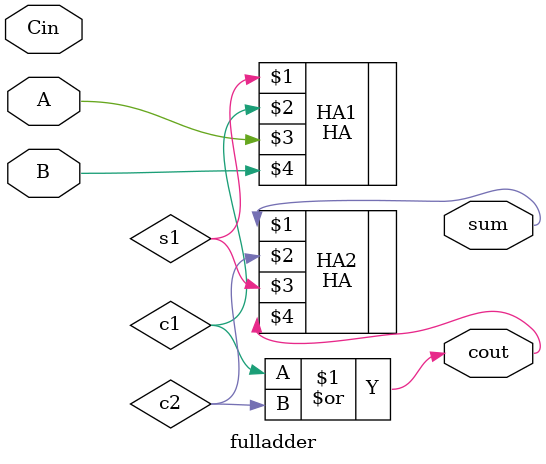
<source format=v>
`timescale 1ns / 1ps


module fulladder(sum,cout,A,B,Cin);
input A,B, Cin;
output sum, cout;
HA HA1(s1,c1,A,B);
HA HA2(sum,c2,s1,cout);
or or1(cout, c1, c2);

endmodule

</source>
